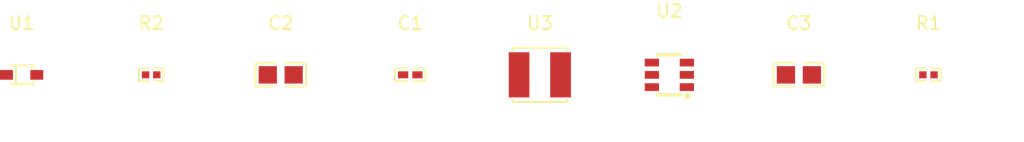
<source format=kicad_pcb>
(kicad_pcb (version 20241229) (generator "pcbnew") (generator_version "9.0")
  (layers (0 "F.Cu" signal) (2 "B.Cu" signal) (13 "F.Paste" user) (15 "B.Paste" user) (5 "F.SilkS" user "F.Silkscreen") (7 "B.SilkS" user "B.Silkscreen") (1 "F.Mask" user) (3 "B.Mask" user) (25 "Edge.Cuts" user))
  (net 0 "")
  (net 1 "hv")
  (net 2 "gnd")
  (net 3 "hv-1")
  (net 4 "SW")
  (net 5 "CB")
  (net 6 "gnd-1")
  (net 7 "FB")
  (footprint "atopile:R0402-56259e" (layer "F.Cu") (at 20 -5 0)
    (property "Reference" "R2" (at 0 -4 0) (layer "F.SilkS") (hide no))
    (property "Value" "100kΩ ±1% 62.5mW")
    (fp_line (start -0.94 -0.5) (end -0.23 -0.5) (stroke (width 0.15)) (layer "F.SilkS"))
    (fp_line (start -0.94 0.5) (end -0.94 -0.5) (stroke (width 0.15)) (layer "F.SilkS"))
    (fp_line (start -0.23 0.5) (end -0.94 0.5) (stroke (width 0.15)) (layer "F.SilkS"))
    (fp_line (start 0.23 0.5) (end 0.94 0.5) (stroke (width 0.15)) (layer "F.SilkS"))
    (fp_line (start 0.94 -0.5) (end 0.23 -0.5) (stroke (width 0.15)) (layer "F.SilkS"))
    (fp_line (start 0.94 0.5) (end 0.94 -0.5) (stroke (width 0.15)) (layer "F.SilkS"))
    (fp_text user "${REFERENCE}" (at 0 -4 0) (layer "F.SilkS"))
    (pad "1" smd rect (at -0.43 0 0) (size 0.57 0.54) (layers "F.Cu" "F.Mask" "F.Paste") (net 3 "hv-1"))
    (pad "2" smd rect (at 0.43 0 0) (size 0.57 0.54) (layers "F.Cu" "F.Mask" "F.Paste") (net 7 "FB"))
  )
  (footprint "lib:IND-SMD_L4.0-W4.0" (layer "F.Cu") (at 50 -5 0)
    (property "Reference" "U3" (at 0 -4 0) (layer "F.SilkS") (hide no))
    (property "Value" "10µH ±20%")
    (fp_line (start -2.09 -2.1) (end -2.09 -1.88) (stroke (width 0.15)) (layer "F.SilkS"))
    (fp_line (start -2.06 1.89) (end -2.06 2.1) (stroke (width 0.15)) (layer "F.SilkS"))
    (fp_line (start -2.06 2.1) (end 2.09 2.1) (stroke (width 0.15)) (layer "F.SilkS"))
    (fp_line (start 2.07 -1.9) (end 2.08 -2.1) (stroke (width 0.15)) (layer "F.SilkS"))
    (fp_line (start 2.08 -2.1) (end -2.09 -2.1) (stroke (width 0.15)) (layer "F.SilkS"))
    (fp_line (start 2.09 2.1) (end 2.09 1.9) (stroke (width 0.15)) (layer "F.SilkS"))
    (fp_text user "${REFERENCE}" (at 0 -4 0) (layer "F.SilkS"))
    (pad "1" smd rect (at -1.6 0 0) (size 1.6 3.5) (layers "F.Cu" "F.Mask" "F.Paste") (net 4 "SW"))
    (pad "2" smd rect (at 1.6 0 0) (size 1.6 3.5) (layers "F.Cu" "F.Mask" "F.Paste") (net 3 "hv-1"))
  )
  (footprint "atopile:C0805-3b2e55" (layer "F.Cu") (at 70 -5 0)
    (property "Reference" "C3" (at 0 -4 0) (layer "F.SilkS") (hide no))
    (property "Value" "10µF ±10% 25V X5R")
    (fp_line (start -1.96 0.75) (end -1.96 -0.75) (stroke (width 0.15)) (layer "F.SilkS"))
    (fp_line (start -1.81 -0.9) (end -0.4 -0.9) (stroke (width 0.15)) (layer "F.SilkS"))
    (fp_line (start -0.4 0.9) (end -1.81 0.9) (stroke (width 0.15)) (layer "F.SilkS"))
    (fp_line (start 0.4 0.9) (end 1.81 0.9) (stroke (width 0.15)) (layer "F.SilkS"))
    (fp_line (start 1.81 -0.9) (end 0.4 -0.9) (stroke (width 0.15)) (layer "F.SilkS"))
    (fp_line (start 1.96 0.75) (end 1.96 -0.75) (stroke (width 0.15)) (layer "F.SilkS"))
    (fp_arc (start -1.96 -0.75) (mid -1.916066 -0.856066) (end -1.81 -0.9) (stroke (width 0.15)) (layer "F.SilkS"))
    (fp_arc (start -1.81 0.9) (mid -1.916066 0.856066) (end -1.96 0.75) (stroke (width 0.15)) (layer "F.SilkS"))
    (fp_arc (start 1.81 -0.9) (mid 1.916066 -0.856066) (end 1.96 -0.75) (stroke (width 0.15)) (layer "F.SilkS"))
    (fp_arc (start 1.96 0.75) (mid 1.916066 0.856066) (end 1.81 0.9) (stroke (width 0.15)) (layer "F.SilkS"))
    (fp_text user "${REFERENCE}" (at 0 -4 0) (layer "F.SilkS"))
    (pad "1" smd rect (at -1 0 0) (size 1.41 1.35) (layers "F.Cu" "F.Mask" "F.Paste") (net 3 "hv-1"))
    (pad "2" smd rect (at 1 0 0) (size 1.41 1.35) (layers "F.Cu" "F.Mask" "F.Paste") (net 6 "gnd-1"))
  )
  (footprint "atopile:C0402-b3ef17" (layer "F.Cu") (at 40 -5 0)
    (property "Reference" "C1" (at 0 -4 0) (layer "F.SilkS") (hide no))
    (property "Value" "470nF ±20% 16V X5R")
    (fp_line (start -1.17 0.35) (end -1.17 -0.35) (stroke (width 0.15)) (layer "F.SilkS"))
    (fp_line (start -1.02 -0.5) (end -0.23 -0.5) (stroke (width 0.15)) (layer "F.SilkS"))
    (fp_line (start -0.23 0.5) (end -1.02 0.5) (stroke (width 0.15)) (layer "F.SilkS"))
    (fp_line (start 0.23 0.5) (end 1.02 0.5) (stroke (width 0.15)) (layer "F.SilkS"))
    (fp_line (start 1.02 -0.5) (end 0.23 -0.5) (stroke (width 0.15)) (layer "F.SilkS"))
    (fp_line (start 1.17 0.35) (end 1.17 -0.35) (stroke (width 0.15)) (layer "F.SilkS"))
    (fp_arc (start -1.17 -0.35) (mid -1.126066 -0.456066) (end -1.02 -0.5) (stroke (width 0.15)) (layer "F.SilkS"))
    (fp_arc (start -1.02 0.5) (mid -1.126066 0.456066) (end -1.17 0.35) (stroke (width 0.15)) (layer "F.SilkS"))
    (fp_arc (start 1.02 -0.5) (mid 1.126066 -0.456066) (end 1.17 -0.35) (stroke (width 0.15)) (layer "F.SilkS"))
    (fp_arc (start 1.17 0.35) (mid 1.126066 0.456066) (end 1.02 0.5) (stroke (width 0.15)) (layer "F.SilkS"))
    (fp_text user "${REFERENCE}" (at 0 -4 0) (layer "F.SilkS"))
    (pad "1" smd rect (at -0.55 0 0) (size 0.79 0.54) (layers "F.Cu" "F.Mask" "F.Paste") (net 5 "CB"))
    (pad "2" smd rect (at 0.55 0 0) (size 0.79 0.54) (layers "F.Cu" "F.Mask" "F.Paste") (net 4 "SW"))
  )
  (footprint "atopile:R0402-56259e" (layer "F.Cu") (at 80 -5 0)
    (property "Reference" "R1" (at 0 -4 0) (layer "F.SilkS") (hide no))
    (property "Value" "30kΩ ±1% 62.5mW")
    (fp_line (start -0.94 -0.5) (end -0.23 -0.5) (stroke (width 0.15)) (layer "F.SilkS"))
    (fp_line (start -0.94 0.5) (end -0.94 -0.5) (stroke (width 0.15)) (layer "F.SilkS"))
    (fp_line (start -0.23 0.5) (end -0.94 0.5) (stroke (width 0.15)) (layer "F.SilkS"))
    (fp_line (start 0.23 0.5) (end 0.94 0.5) (stroke (width 0.15)) (layer "F.SilkS"))
    (fp_line (start 0.94 -0.5) (end 0.23 -0.5) (stroke (width 0.15)) (layer "F.SilkS"))
    (fp_line (start 0.94 0.5) (end 0.94 -0.5) (stroke (width 0.15)) (layer "F.SilkS"))
    (fp_text user "${REFERENCE}" (at 0 -4 0) (layer "F.SilkS"))
    (pad "1" smd rect (at -0.43 0 0) (size 0.57 0.54) (layers "F.Cu" "F.Mask" "F.Paste") (net 7 "FB"))
    (pad "2" smd rect (at 0.43 0 0) (size 0.57 0.54) (layers "F.Cu" "F.Mask" "F.Paste") (net 6 "gnd-1"))
  )
  (footprint "atopile:C0805-3b2e55" (layer "F.Cu") (at 30 -5 0)
    (property "Reference" "C2" (at 0 -4 0) (layer "F.SilkS") (hide no))
    (property "Value" "4.7µF ±10% 25V X5R")
    (fp_line (start -1.96 0.75) (end -1.96 -0.75) (stroke (width 0.15)) (layer "F.SilkS"))
    (fp_line (start -1.81 -0.9) (end -0.4 -0.9) (stroke (width 0.15)) (layer "F.SilkS"))
    (fp_line (start -0.4 0.9) (end -1.81 0.9) (stroke (width 0.15)) (layer "F.SilkS"))
    (fp_line (start 0.4 0.9) (end 1.81 0.9) (stroke (width 0.15)) (layer "F.SilkS"))
    (fp_line (start 1.81 -0.9) (end 0.4 -0.9) (stroke (width 0.15)) (layer "F.SilkS"))
    (fp_line (start 1.96 0.75) (end 1.96 -0.75) (stroke (width 0.15)) (layer "F.SilkS"))
    (fp_arc (start -1.96 -0.75) (mid -1.916066 -0.856066) (end -1.81 -0.9) (stroke (width 0.15)) (layer "F.SilkS"))
    (fp_arc (start -1.81 0.9) (mid -1.916066 0.856066) (end -1.96 0.75) (stroke (width 0.15)) (layer "F.SilkS"))
    (fp_arc (start 1.81 -0.9) (mid 1.916066 -0.856066) (end 1.96 -0.75) (stroke (width 0.15)) (layer "F.SilkS"))
    (fp_arc (start 1.96 0.75) (mid 1.916066 0.856066) (end 1.81 0.9) (stroke (width 0.15)) (layer "F.SilkS"))
    (fp_text user "${REFERENCE}" (at 0 -4 0) (layer "F.SilkS"))
    (pad "1" smd rect (at -1 0 0) (size 1.41 1.35) (layers "F.Cu" "F.Mask" "F.Paste") (net 1 "hv"))
    (pad "2" smd rect (at 1 0 0) (size 1.41 1.35) (layers "F.Cu" "F.Mask" "F.Paste") (net 2 "gnd"))
  )
  (footprint "lib:SOD-323_L1.8-W1.3-LS2.5-RD" (layer "F.Cu") (at 10 -5 0)
    (property "Reference" "U1" (at 0 -4 0) (layer "F.SilkS") (hide no))
    (property "Value" "")
    (fp_line (start -0.85 -0.73) (end 0.91 -0.73) (stroke (width 0.15)) (layer "F.SilkS"))
    (fp_line (start -0.85 0.73) (end 0.91 0.73) (stroke (width 0.15)) (layer "F.SilkS"))
    (fp_line (start -0.44 -0.73) (end -0.44 0.73) (stroke (width 0.15)) (layer "F.SilkS"))
    (fp_line (start 0.91 -0.73) (end 0.91 -0.53) (stroke (width 0.15)) (layer "F.SilkS"))
    (fp_line (start 0.91 0.73) (end 0.91 0.52) (stroke (width 0.15)) (layer "F.SilkS"))
    (fp_text user "${REFERENCE}" (at 0 -4 0) (layer "F.SilkS"))
    (pad "1" smd rect (at -1.17 0 0) (size 1 0.75) (layers "F.Cu" "F.Mask" "F.Paste") (net 4 "SW"))
    (pad "2" smd rect (at 1.17 0 0) (size 1 0.75) (layers "F.Cu" "F.Mask" "F.Paste") (net 6 "gnd-1"))
  )
  (footprint "lib:SOT-23-6_L2.9-W1.6-P0.95-LS2.8-BR" (layer "F.Cu") (at 60 -5 0)
    (property "Reference" "U2" (at 0 -4.95 0) (layer "F.SilkS") (hide no))
    (property "Value" "")
    (fp_line (start -0.9 -1.55) (end 0.9 -1.55) (stroke (width 0.25)) (layer "F.SilkS"))
    (fp_line (start -0.9 1.55) (end 0.9 1.55) (stroke (width 0.25)) (layer "F.SilkS"))
    (fp_circle (center 1.4 1.65) (end 1.53 1.65) (stroke (width 0.25)) (fill no) (layer "F.SilkS"))
    (fp_text user "${REFERENCE}" (at 0 -4.95 0) (layer "F.SilkS"))
    (pad "1" smd rect (at 1.35 0.95 0) (size 1.1 0.6) (layers "F.Cu" "F.Mask" "F.Paste") (net 5 "CB"))
    (pad "2" smd rect (at 1.35 0 0) (size 1.1 0.6) (layers "F.Cu" "F.Mask" "F.Paste") (net 2 "gnd"))
    (pad "3" smd rect (at 1.35 -0.95 0) (size 1.1 0.6) (layers "F.Cu" "F.Mask" "F.Paste") (net 7 "FB"))
    (pad "4" smd rect (at -1.35 -0.95 0) (size 1.1 0.6) (layers "F.Cu" "F.Mask" "F.Paste") (net 1 "hv"))
    (pad "5" smd rect (at -1.35 0 0) (size 1.1 0.6) (layers "F.Cu" "F.Mask" "F.Paste") (net 1 "hv"))
    (pad "6" smd rect (at -1.35 0.95 0) (size 1.1 0.6) (layers "F.Cu" "F.Mask" "F.Paste") (net 4 "SW"))
  )
)
</source>
